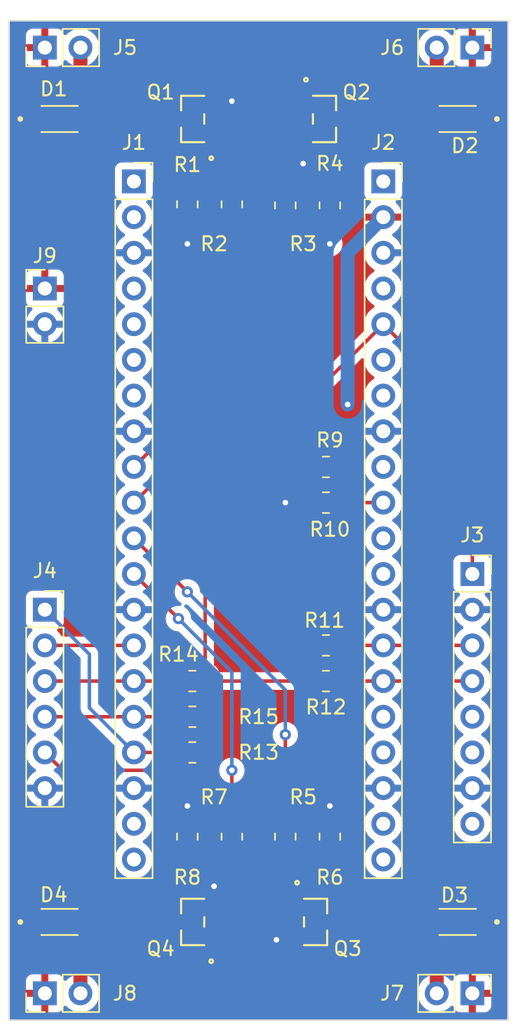
<source format=kicad_pcb>
(kicad_pcb (version 20221018) (generator pcbnew)
  (layers (0 "F.Cu" signal) (31 "B.Cu" signal) (34 "B.Paste" user) (35 "F.Paste" user) (36 "B.SilkS" user "B.Silkscreen") (37 "F.SilkS" user "F.Silkscreen") (38 "B.Mask" user) (39 "F.Mask" user) (44 "Edge.Cuts" user))
  (net 0 "")
  (net 1 "VCC")
  (net 2 "Net-(D1-A)")
  (net 3 "Net-(D2-A)")
  (net 4 "Net-(D3-A)")
  (net 5 "Net-(D4-A)")
  (net 6 "/imu_sda")
  (net 7 "/imu_scl")
  (net 8 "GND")
  (net 9 "/sd_sck")
  (net 10 "/sd_mosi")
  (net 11 "/sd_miso")
  (net 12 "/sd_cs")
  (net 13 "/m1_pwm")
  (net 14 "/m2_pwm")
  (net 15 "/m3_pwm")
  (net 16 "/m4_pwm")
  (net 21 "+3.3V")
  (net 25 "/v_measure")
  (net 34 "/imu_int")
  (net 35 "Net-(Q1-G)")
  (net 36 "Net-(Q2-G)")
  (net 37 "Net-(Q3-G)")
  (net 38 "Net-(Q4-G)")
  (footprint "Resistor_SMD:R_0805_2012Metric" (layer "F.Cu") (at 148.59 109.4975 -90)
    (fp_text reference "R7" (at -2.8175 1.27 -180) (layer "F.SilkS"))
    (fp_text value "330")
    (fp_line (start -0.227064 -0.735) (end 0.227064 -0.735) (stroke (width 0.12)) (layer "F.SilkS"))
    (fp_line (start -0.227064 0.735) (end 0.227064 0.735) (stroke (width 0.12)) (layer "F.SilkS"))
    (pad "1" smd roundrect (at -0.9125 0 270) (size 1.025 1.4) (layers "F.Cu" "F.Paste" "F.Mask") (roundrect_rratio 0.243902) (net 16 "/m4_pwm"))
    (pad "2" smd roundrect (at 0.9125 0 270) (size 1.025 1.4) (layers "F.Cu" "F.Paste" "F.Mask") (roundrect_rratio 0.243902) (net 38 "Net-(Q4-G)"))
  )
  (footprint "Resistor_SMD:R_0805_2012Metric" (layer "F.Cu") (at 145.7725 100.965 180)
    (fp_text reference "R15" (at -4.7225 0) (layer "F.SilkS"))
    (fp_text value "10k")
    (fp_line (start -0.227064 -0.735) (end 0.227064 -0.735) (stroke (width 0.12)) (layer "F.SilkS"))
    (fp_line (start -0.227064 0.735) (end 0.227064 0.735) (stroke (width 0.12)) (layer "F.SilkS"))
    (pad "1" smd roundrect (at -0.9125 0 180) (size 1.025 1.4) (layers "F.Cu" "F.Paste" "F.Mask") (roundrect_rratio 0.243902) (net 21 "+3.3V"))
    (pad "2" smd roundrect (at 0.9125 0 180) (size 1.025 1.4) (layers "F.Cu" "F.Paste" "F.Mask") (roundrect_rratio 0.243902) (net 11 "/sd_miso"))
  )
  (footprint "nmos_SI2302CDS-T1-E3:TO-236_VIS" (layer "F.Cu") (at 145.796 115.57 90)
    (fp_text reference "Q4" (at -1.905 -2.286 unlocked) (layer "F.SilkS"))
    (fp_text value "NMOS")
    (fp_line (start -1.651 -0.8255) (end -1.651 0.8255) (stroke (width 0.1524)) (layer "F.SilkS"))
    (fp_line (start -0.61214 -0.8255) (end -1.651 -0.8255) (stroke (width 0.1524)) (layer "F.SilkS"))
    (fp_line (start -0.337861 0.8255) (end 0.337861 0.8255) (stroke (width 0.1524)) (layer "F.SilkS"))
    (fp_line (start 1.651 -0.8255) (end 0.61214 -0.8255) (stroke (width 0.1524)) (layer "F.SilkS"))
    (fp_line (start 1.651 0.8255) (end 1.651 -0.8255) (stroke (width 0.1524)) (layer "F.SilkS"))
    (fp_circle (center -2.794 1.3208) (end -2.667 1.3208) (stroke (width 0.1524)) (fill none) (layer "F.SilkS"))
    (pad "1" smd rect (at 0 -1.016 90) (size 0.5588 1.3208) (layers "F.Cu" "F.Paste" "F.Mask") (net 5 "Net-(D4-A)"))
    (pad "2" smd rect (at -0.950001 1.016 90) (size 0.5588 1.3208) (layers "F.Cu" "F.Paste" "F.Mask") (net 38 "Net-(Q4-G)"))
    (pad "3" smd rect (at 0.950001 1.016 90) (size 0.5588 1.3208) (layers "F.Cu" "F.Paste" "F.Mask") (net 8 "GND"))
  )
  (footprint "Connector_PinHeader_2.54mm:PinHeader_1x02_P2.54mm_Vertical" (layer "F.Cu") (at 135.255 70.485)
    (fp_text reference "J9" (at 0 -2.33) (layer "F.SilkS"))
    (fp_text value "Battery")
    (fp_line (start -1.33 -1.33) (end 0 -1.33) (stroke (width 0.12)) (layer "F.SilkS"))
    (fp_line (start -1.33 0) (end -1.33 -1.33) (stroke (width 0.12)) (layer "F.SilkS"))
    (fp_line (start -1.33 1.27) (end -1.33 3.87) (stroke (width 0.12)) (layer "F.SilkS"))
    (fp_line (start -1.33 1.27) (end 1.33 1.27) (stroke (width 0.12)) (layer "F.SilkS"))
    (fp_line (start -1.33 3.87) (end 1.33 3.87) (stroke (width 0.12)) (layer "F.SilkS"))
    (fp_line (start 1.33 1.27) (end 1.33 3.87) (stroke (width 0.12)) (layer "F.SilkS"))
    (pad "1" thru_hole rect (at 0 0) (size 1.7 1.7) (drill 1) (layers "*.Cu" "*.Mask") (net 1 "VCC"))
    (pad "2" thru_hole oval (at 0 2.54) (size 1.7 1.7) (drill 1) (layers "*.Cu" "*.Mask") (net 8 "GND"))
  )
  (footprint "Resistor_SMD:R_0805_2012Metric" (layer "F.Cu") (at 145.415 109.4975 90)
    (fp_text reference "R8" (at -2.8975 0) (layer "F.SilkS"))
    (fp_text value "10k")
    (fp_line (start -0.227064 -0.735) (end 0.227064 -0.735) (stroke (width 0.12)) (layer "F.SilkS"))
    (fp_line (start -0.227064 0.735) (end 0.227064 0.735) (stroke (width 0.12)) (layer "F.SilkS"))
    (pad "1" smd roundrect (at -0.9125 0 90) (size 1.025 1.4) (layers "F.Cu" "F.Paste" "F.Mask") (roundrect_rratio 0.243902) (net 38 "Net-(Q4-G)"))
    (pad "2" smd roundrect (at 0.9125 0 90) (size 1.025 1.4) (layers "F.Cu" "F.Paste" "F.Mask") (roundrect_rratio 0.243902) (net 8 "GND"))
  )
  (footprint "nmos_SI2302CDS-T1-E3:TO-236_VIS" (layer "F.Cu") (at 154.559 115.57 -90)
    (fp_text reference "Q3" (at 1.905 -2.286 unlocked) (layer "F.SilkS"))
    (fp_text value "NMOS")
    (fp_line (start -1.651 -0.8255) (end -1.651 0.8255) (stroke (width 0.1524)) (layer "F.SilkS"))
    (fp_line (start -0.61214 -0.8255) (end -1.651 -0.8255) (stroke (width 0.1524)) (layer "F.SilkS"))
    (fp_line (start -0.337861 0.8255) (end 0.337861 0.8255) (stroke (width 0.1524)) (layer "F.SilkS"))
    (fp_line (start 1.651 -0.8255) (end 0.61214 -0.8255) (stroke (width 0.1524)) (layer "F.SilkS"))
    (fp_line (start 1.651 0.8255) (end 1.651 -0.8255) (stroke (width 0.1524)) (layer "F.SilkS"))
    (fp_circle (center -2.794 1.3208) (end -2.667 1.3208) (stroke (width 0.1524)) (fill none) (layer "F.SilkS"))
    (pad "1" smd rect (at 0 -1.016 270) (size 0.5588 1.3208) (layers "F.Cu" "F.Paste" "F.Mask") (net 4 "Net-(D3-A)"))
    (pad "2" smd rect (at -0.950001 1.016 270) (size 0.5588 1.3208) (layers "F.Cu" "F.Paste" "F.Mask") (net 37 "Net-(Q3-G)"))
    (pad "3" smd rect (at 0.950001 1.016 270) (size 0.5588 1.3208) (layers "F.Cu" "F.Paste" "F.Mask") (net 8 "GND"))
  )
  (footprint "Resistor_SMD:R_0805_2012Metric" (layer "F.Cu") (at 145.7725 103.505 180)
    (fp_text reference "R13" (at -4.7225 0) (layer "F.SilkS"))
    (fp_text value "10k")
    (fp_line (start -0.227064 -0.735) (end 0.227064 -0.735) (stroke (width 0.12)) (layer "F.SilkS"))
    (fp_line (start -0.227064 0.735) (end 0.227064 0.735) (stroke (width 0.12)) (layer "F.SilkS"))
    (pad "1" smd roundrect (at -0.9125 0 180) (size 1.025 1.4) (layers "F.Cu" "F.Paste" "F.Mask") (roundrect_rratio 0.243902) (net 21 "+3.3V"))
    (pad "2" smd roundrect (at 0.9125 0 180) (size 1.025 1.4) (layers "F.Cu" "F.Paste" "F.Mask") (roundrect_rratio 0.243902) (net 12 "/sd_cs"))
  )
  (footprint "Connector_PinHeader_2.54mm:PinHeader_1x02_P2.54mm_Vertical" (layer "F.Cu") (at 135.255 53.34 90)
    (fp_text reference "J5" (at 0 5.715 180) (layer "F.SilkS"))
    (fp_text value "Motor")
    (fp_line (start -1.33 -1.33) (end 0 -1.33) (stroke (width 0.12)) (layer "F.SilkS"))
    (fp_line (start -1.33 0) (end -1.33 -1.33) (stroke (width 0.12)) (layer "F.SilkS"))
    (fp_line (start -1.33 1.27) (end -1.33 3.87) (stroke (width 0.12)) (layer "F.SilkS"))
    (fp_line (start -1.33 1.27) (end 1.33 1.27) (stroke (width 0.12)) (layer "F.SilkS"))
    (fp_line (start -1.33 3.87) (end 1.33 3.87) (stroke (width 0.12)) (layer "F.SilkS"))
    (fp_line (start 1.33 1.27) (end 1.33 3.87) (stroke (width 0.12)) (layer "F.SilkS"))
    (pad "1" thru_hole rect (at 0 0 90) (size 1.7 1.7) (drill 1) (layers "*.Cu" "*.Mask") (net 1 "VCC"))
    (pad "2" thru_hole oval (at 0 2.54 90) (size 1.7 1.7) (drill 1) (layers "*.Cu" "*.Mask") (net 2 "Net-(D1-A)"))
  )
  (footprint "Resistor_SMD:R_0805_2012Metric" (layer "F.Cu") (at 155.575 64.5725 -90)
    (fp_text reference "R4" (at -2.9775 0) (layer "F.SilkS"))
    (fp_text value "10k")
    (fp_line (start -0.227064 -0.735) (end 0.227064 -0.735) (stroke (width 0.12)) (layer "F.SilkS"))
    (fp_line (start -0.227064 0.735) (end 0.227064 0.735) (stroke (width 0.12)) (layer "F.SilkS"))
    (pad "1" smd roundrect (at -0.9125 0 270) (size 1.025 1.4) (layers "F.Cu" "F.Paste" "F.Mask") (roundrect_rratio 0.243902) (net 36 "Net-(Q2-G)"))
    (pad "2" smd roundrect (at 0.9125 0 270) (size 1.025 1.4) (layers "F.Cu" "F.Paste" "F.Mask") (roundrect_rratio 0.243902) (net 8 "GND"))
  )
  (footprint "Resistor_SMD:R_0805_2012Metric" (layer "F.Cu") (at 145.7725 98.425 180)
    (fp_text reference "R14" (at 0.9925 1.905) (layer "F.SilkS"))
    (fp_text value "10k")
    (fp_line (start -0.227064 -0.735) (end 0.227064 -0.735) (stroke (width 0.12)) (layer "F.SilkS"))
    (fp_line (start -0.227064 0.735) (end 0.227064 0.735) (stroke (width 0.12)) (layer "F.SilkS"))
    (pad "1" smd roundrect (at -0.9125 0 180) (size 1.025 1.4) (layers "F.Cu" "F.Paste" "F.Mask") (roundrect_rratio 0.243902) (net 21 "+3.3V"))
    (pad "2" smd roundrect (at 0.9125 0 180) (size 1.025 1.4) (layers "F.Cu" "F.Paste" "F.Mask") (roundrect_rratio 0.243902) (net 10 "/sd_mosi"))
  )
  (footprint "Connector_PinHeader_2.54mm:PinHeader_1x02_P2.54mm_Vertical" (layer "F.Cu") (at 165.735 53.34 -90)
    (fp_text reference "J6" (at 0 5.715 -180) (layer "F.SilkS"))
    (fp_text value "Motor")
    (fp_line (start -1.33 -1.33) (end 0 -1.33) (stroke (width 0.12)) (layer "F.SilkS"))
    (fp_line (start -1.33 0) (end -1.33 -1.33) (stroke (width 0.12)) (layer "F.SilkS"))
    (fp_line (start -1.33 1.27) (end -1.33 3.87) (stroke (width 0.12)) (layer "F.SilkS"))
    (fp_line (start -1.33 1.27) (end 1.33 1.27) (stroke (width 0.12)) (layer "F.SilkS"))
    (fp_line (start -1.33 3.87) (end 1.33 3.87) (stroke (width 0.12)) (layer "F.SilkS"))
    (fp_line (start 1.33 1.27) (end 1.33 3.87) (stroke (width 0.12)) (layer "F.SilkS"))
    (pad "1" thru_hole rect (at 0 0 270) (size 1.7 1.7) (drill 1) (layers "*.Cu" "*.Mask") (net 1 "VCC"))
    (pad "2" thru_hole oval (at 0 2.54 270) (size 1.7 1.7) (drill 1) (layers "*.Cu" "*.Mask") (net 3 "Net-(D2-A)"))
  )
  (footprint "Connector_PinSocket_2.54mm:PinSocket_1x06_P2.54mm_Vertical" (layer "F.Cu") (at 135.255 93.345)
    (fp_text reference "J4" (at 0 -2.77) (layer "F.SilkS"))
    (fp_text value "SD Card")
    (fp_line (start -1.33 1.27) (end -1.33 14.03) (stroke (width 0.12)) (layer "F.SilkS"))
    (fp_line (start -1.33 1.27) (end 1.33 1.27) (stroke (width 0.12)) (layer "F.SilkS"))
    (fp_line (start -1.33 14.03) (end 1.33 14.03) (stroke (width 0.12)) (layer "F.SilkS"))
    (fp_line (start 0 -1.33) (end 1.33 -1.33) (stroke (width 0.12)) (layer "F.SilkS"))
    (fp_line (start 1.33 -1.33) (end 1.33 0) (stroke (width 0.12)) (layer "F.SilkS"))
    (fp_line (start 1.33 1.27) (end 1.33 14.03) (stroke (width 0.12)) (layer "F.SilkS"))
    (pad "1" thru_hole rect (at 0 0) (size 1.7 1.7) (drill 1) (layers "*.Cu" "*.Mask") (net 12 "/sd_cs"))
    (pad "2" thru_hole oval (at 0 2.54) (size 1.7 1.7) (drill 1) (layers "*.Cu" "*.Mask") (net 9 "/sd_sck"))
    (pad "3" thru_hole oval (at 0 5.08) (size 1.7 1.7) (drill 1) (layers "*.Cu" "*.Mask") (net 10 "/sd_mosi"))
    (pad "4" thru_hole oval (at 0 7.62) (size 1.7 1.7) (drill 1) (layers "*.Cu" "*.Mask") (net 11 "/sd_miso"))
    (pad "5" thru_hole oval (at 0 10.16) (size 1.7 1.7) (drill 1) (layers "*.Cu" "*.Mask") (net 21 "+3.3V"))
    (pad "6" thru_hole oval (at 0 12.7) (size 1.7 1.7) (drill 1) (layers "*.Cu" "*.Mask") (net 8 "GND"))
  )
  (footprint "schottky_DSS16UTR:SODFL3618X110N" (layer "F.Cu") (at 164.685 115.57 180)
    (fp_text reference "D3" (at 0.22 1.905) (layer "F.SilkS"))
    (fp_text value "Flyback")
    (fp_line (start -1.3 -0.93) (end 1.3 -0.93) (stroke (width 0.127)) (layer "F.SilkS"))
    (fp_line (start -1.3 0.93) (end 1.3 0.93) (stroke (width 0.127)) (layer "F.SilkS"))
    (fp_circle (center -2.8 0) (end -2.7 0) (stroke (width 0.2)) (fill none) (layer "F.SilkS"))
    (pad "1" smd roundrect (at -1.49 0 180) (size 1.24 1.22) (layers "F.Cu" "F.Paste" "F.Mask") (roundrect_rratio 0.15) (net 1 "VCC"))
    (pad "2" smd roundrect (at 1.49 0 180) (size 1.24 1.22) (layers "F.Cu" "F.Paste" "F.Mask") (roundrect_rratio 0.15) (net 4 "Net-(D3-A)"))
  )
  (footprint "Resistor_SMD:R_0805_2012Metric" (layer "F.Cu") (at 152.4 64.5725 90)
    (fp_text reference "R3" (at -2.7375 1.27 180) (layer "F.SilkS"))
    (fp_text value "330")
    (fp_line (start -0.227064 -0.735) (end 0.227064 -0.735) (stroke (width 0.12)) (layer "F.SilkS"))
    (fp_line (start -0.227064 0.735) (end 0.227064 0.735) (stroke (width 0.12)) (layer "F.SilkS"))
    (pad "1" smd roundrect (at -0.9125 0 90) (size 1.025 1.4) (layers "F.Cu" "F.Paste" "F.Mask") (roundrect_rratio 0.243902) (net 14 "/m2_pwm"))
    (pad "2" smd roundrect (at 0.9125 0 90) (size 1.025 1.4) (layers "F.Cu" "F.Paste" "F.Mask") (roundrect_rratio 0.243902) (net 36 "Net-(Q2-G)"))
  )
  (footprint "schottky_DSS16UTR:SODFL3618X110N" (layer "F.Cu") (at 164.685 58.42 180)
    (fp_text reference "D2" (at -0.5166 -1.905) (layer "F.SilkS"))
    (fp_text value "Flyback")
    (fp_line (start -1.3 -0.93) (end 1.3 -0.93) (stroke (width 0.127)) (layer "F.SilkS"))
    (fp_line (start -1.3 0.93) (end 1.3 0.93) (stroke (width 0.127)) (layer "F.SilkS"))
    (fp_circle (center -2.8 0) (end -2.7 0) (stroke (width 0.2)) (fill none) (layer "F.SilkS"))
    (pad "1" smd roundrect (at -1.49 0 180) (size 1.24 1.22) (layers "F.Cu" "F.Paste" "F.Mask") (roundrect_rratio 0.15) (net 1 "VCC"))
    (pad "2" smd roundrect (at 1.49 0 180) (size 1.24 1.22) (layers "F.Cu" "F.Paste" "F.Mask") (roundrect_rratio 0.15) (net 3 "Net-(D2-A)"))
  )
  (footprint "Resistor_SMD:R_0805_2012Metric" (layer "F.Cu") (at 145.415 64.4925 -90)
    (fp_text reference "R1" (at -2.8175 0 -180) (layer "F.SilkS"))
    (fp_text value "10k")
    (fp_line (start -0.227064 -0.735) (end 0.227064 -0.735) (stroke (width 0.12)) (layer "F.SilkS"))
    (fp_line (start -0.227064 0.735) (end 0.227064 0.735) (stroke (width 0.12)) (layer "F.SilkS"))
    (pad "1" smd roundrect (at -0.9125 0 270) (size 1.025 1.4) (layers "F.Cu" "F.Paste" "F.Mask") (roundrect_rratio 0.243902) (net 35 "Net-(Q1-G)"))
    (pad "2" smd roundrect (at 0.9125 0 270) (size 1.025 1.4) (layers "F.Cu" "F.Paste" "F.Mask") (roundrect_rratio 0.243902) (net 8 "GND"))
  )
  (footprint "Resistor_SMD:R_0805_2012Metric" (layer "F.Cu") (at 155.2975 95.885)
    (fp_text reference "R11" (at -0.1035 -1.778) (layer "F.SilkS"))
    (fp_text value "10k")
    (fp_line (start -0.227064 -0.735) (end 0.227064 -0.735) (stroke (width 0.12)) (layer "F.SilkS"))
    (fp_line (start -0.227064 0.735) (end 0.227064 0.735) (stroke (width 0.12)) (layer "F.SilkS"))
    (pad "1" smd roundrect (at -0.9125 0) (size 1.025 1.4) (layers "F.Cu" "F.Paste" "F.Mask") (roundrect_rratio 0.243902) (net 21 "+3.3V"))
    (pad "2" smd roundrect (at 0.9125 0) (size 1.025 1.4) (layers "F.Cu" "F.Paste" "F.Mask") (roundrect_rratio 0.243902) (net 7 "/imu_scl"))
  )
  (footprint "Resistor_SMD:R_0805_2012Metric" (layer "F.Cu") (at 152.4 109.4975 -90)
    (fp_text reference "R5" (at -2.8175 -1.27 -180) (layer "F.SilkS"))
    (fp_text value "330")
    (fp_line (start -0.227064 -0.735) (end 0.227064 -0.735) (stroke (width 0.12)) (layer "F.SilkS"))
    (fp_line (start -0.227064 0.735) (end 0.227064 0.735) (stroke (width 0.12)) (layer "F.SilkS"))
    (pad "1" smd roundrect (at -0.9125 0 270) (size 1.025 1.4) (layers "F.Cu" "F.Paste" "F.Mask") (roundrect_rratio 0.243902) (net 15 "/m3_pwm"))
    (pad "2" smd roundrect (at 0.9125 0 270) (size 1.025 1.4) (layers "F.Cu" "F.Paste" "F.Mask") (roundrect_rratio 0.243902) (net 37 "Net-(Q3-G)"))
  )
  (footprint "schottky_DSS16UTR:SODFL3618X110N" (layer "F.Cu") (at 136.305 58.42)
    (fp_text reference "D1" (at -0.415 -2.135) (layer "F.SilkS"))
    (fp_text value "Flyback")
    (fp_line (start -1.3 -0.93) (end 1.3 -0.93) (stroke (width 0.127)) (layer "F.SilkS"))
    (fp_line (start -1.3 0.93) (end 1.3 0.93) (stroke (width 0.127)) (layer "F.SilkS"))
    (fp_circle (center -2.8 0) (end -2.7 0) (stroke (width 0.2)) (fill none) (layer "F.SilkS"))
    (pad "1" smd roundrect (at -1.49 0) (size 1.24 1.22) (layers "F.Cu" "F.Paste" "F.Mask") (roundrect_rratio 0.15) (net 1 "VCC"))
    (pad "2" smd roundrect (at 1.49 0) (size 1.24 1.22) (layers "F.Cu" "F.Paste" "F.Mask") (roundrect_rratio 0.15) (net 2 "Net-(D1-A)"))
  )
  (footprint "Connector_PinSocket_2.54mm:PinSocket_1x20_P2.54mm_Vertical" (layer "F.Cu") (at 141.605 62.865)
    (fp_text reference "J1" (at 0 -2.77) (layer "F.SilkS"))
    (fp_text value "RPi Pico")
    (fp_line (start -1.33 1.27) (end -1.33 49.59) (stroke (width 0.12)) (layer "F.SilkS"))
    (fp_line (start -1.33 1.27) (end 1.33 1.27) (stroke (width 0.12)) (layer "F.SilkS"))
    (fp_line (start -1.33 49.59) (end 1.33 49.59) (stroke (width 0.12)) (layer "F.SilkS"))
    (fp_line (start 0 -1.33) (end 1.33 -1.33) (stroke (width 0.12)) (layer "F.SilkS"))
    (fp_line (start 1.33 -1.33) (end 1.33 0) (stroke (width 0.12)) (layer "F.SilkS"))
    (fp_line (start 1.33 1.27) (end 1.33 49.59) (stroke (width 0.12)) (layer "F.SilkS"))
    (pad "1" thru_hole rect (at 0 0) (size 1.7 1.7) (drill 1) (layers "*.Cu" "*.Mask"))
    (pad "2" thru_hole oval (at 0 2.54) (size 1.7 1.7) (drill 1) (layers "*.Cu" "*.Mask"))
    (pad "3" thru_hole oval (at 0 5.08) (size 1.7 1.7) (drill 1) (layers "*.Cu" "*.Mask") (net 8 "GND"))
    (pad "4" thru_hole oval (at 0 7.62) (size 1.7 1.7) (drill 1) (layers "*.Cu" "*.Mask"))
    (pad "5" thru_hole oval (at 0 10.16) (size 1.7 1.7) (drill 1) (layers "*.Cu" "*.Mask"))
    (pad "6" thru_hole oval (at 0 12.7) (size 1.7 1.7) (drill 1) (layers "*.Cu" "*.Mask"))
    (pad "7" thru_hole oval (at 0 15.24) (size 1.7 1.7) (drill 1) (layers "*.Cu" "*.Mask"))
    (pad "8" thru_hole oval (at 0 17.78) (size 1.7 1.7) (drill 1) (layers "*.Cu" "*.Mask") (net 8 "GND"))
    (pad "9" thru_hole oval (at 0 20.32) (size 1.7 1.7) (drill 1) (layers "*.Cu" "*.Mask") (net 13 "/m1_pwm"))
    (pad "10" thru_hole oval (at 0 22.86) (size 1.7 1.7) (drill 1) (layers "*.Cu" "*.Mask") (net 14 "/m2_pwm"))
    (pad "11" thru_hole oval (at 0 25.4) (size 1.7 1.7) (drill 1) (layers "*.Cu" "*.Mask") (net 15 "/m3_pwm"))
    (pad "12" thru_hole oval (at 0 27.94) (size 1.7 1.7) (drill 1) (layers "*.Cu" "*.Mask") (net 16 "/m4_pwm"))
    (pad "13" thru_hole oval (at 0 30.48) (size 1.7 1.7) (drill 1) (layers "*.Cu" "*.Mask") (net 8 "GND"))
    (pad "14" thru_hole oval (at 0 33.02) (size 1.7 1.7) (drill 1) (layers "*.Cu" "*.Mask") (net 9 "/sd_sck"))
    (pad "15" thru_hole oval (at 0 35.56) (size 1.7 1.7) (drill 1) (layers "*.Cu" "*.Mask") (net 10 "/sd_mosi"))
    (pad "16" thru_hole oval (at 0 38.1) (size 1.7 1.7) (drill 1) (layers "*.Cu" "*.Mask") (net 11 "/sd_miso"))
    (pad "17" thru_hole oval (at 0 40.64) (size 1.7 1.7) (drill 1) (layers "*.Cu" "*.Mask") (net 12 "/sd_cs"))
    (pad "18" thru_hole oval (at 0 43.18) (size 1.7 1.7) (drill 1) (layers "*.Cu" "*.Mask") (net 8 "GND"))
    (pad "19" thru_hole oval (at 0 45.72) (size 1.7 1.7) (drill 1) (layers "*.Cu" "*.Mask"))
    (pad "20" thru_hole oval (at 0 48.26) (size 1.7 1.7) (drill 1) (layers "*.Cu" "*.Mask"))
  )
  (footprint "Connector_PinSocket_2.54mm:PinSocket_1x20_P2.54mm_Vertical" (layer "F.Cu") (at 159.385 62.865)
    (fp_text reference "J2" (at 0 -2.77) (layer "F.SilkS"))
    (fp_text value "RPi Pico")
    (fp_line (start -1.33 1.27) (end -1.33 49.59) (stroke (width 0.12)) (layer "F.SilkS"))
    (fp_line (start -1.33 1.27) (end 1.33 1.27) (stroke (width 0.12)) (layer "F.SilkS"))
    (fp_line (start -1.33 49.59) (end 1.33 49.59) (stroke (width 0.12)) (layer "F.SilkS"))
    (fp_line (start 0 -1.33) (end 1.33 -1.33) (stroke (width 0.12)) (layer "F.SilkS"))
    (fp_line (start 1.33 -1.33) (end 1.33 0) (stroke (width 0.12)) (layer "F.SilkS"))
    (fp_line (start 1.33 1.27) (end 1.33 49.59) (stroke (width 0.12)) (layer "F.SilkS"))
    (pad "1" thru_hole rect (at 0 0) (size 1.7 1.7) (drill 1) (layers "*.Cu" "*.Mask"))
    (pad "2" thru_hole oval (at 0 2.54) (size 1.7 1.7) (drill 1) (layers "*.Cu" "*.Mask") (net 1 "VCC"))
    (pad "3" thru_hole oval (at 0 5.08) (size 1.7 1.7) (drill 1) (layers "*.Cu" "*.Mask") (net 8 "GND"))
    (pad "4" thru_hole oval (at 0 7.62) (size 1.7 1.7) (drill 1) (layers "*.Cu" "*.Mask"))
    (pad "5" thru_hole oval (at 0 10.16) (size 1.7 1.7) (drill 1) (layers "*.Cu" "*.Mask") (net 21 "+3.3V"))
    (pad "6" thru_hole oval (at 0 12.7) (size 1.7 1.7) (drill 1) (layers "*.Cu" "*.Mask"))
    (pad "7" thru_hole oval (at 0 15.24) (size 1.7 1.7) (drill 1) (layers "*.Cu" "*.Mask"))
    (pad "8" thru_hole oval (at 0 17.78) (size 1.7 1.7) (drill 1) (layers "*.Cu" "*.Mask") (net 8 "GND"))
    (pad "9" thru_hole oval (at 0 20.32) (size 1.7 1.7) (drill 1) (layers "*.Cu" "*.Mask"))
    (pad "10" thru_hole oval (at 0 22.86) (size 1.7 1.7) (drill 1) (layers "*.Cu" "*.Mask") (net 25 "/v_measure"))
    (pad "11" thru_hole oval (at 0 25.4) (size 1.7 1.7) (drill 1) (layers "*.Cu" "*.Mask"))
    (pad "12" thru_hole oval (at 0 27.94) (size 1.7 1.7) (drill 1) (layers "*.Cu" "*.Mask"))
    (pad "13" thru_hole oval (at 0 30.48) (size 1.7 1.7) (drill 1) (layers "*.Cu" "*.Mask") (net 8 "GND"))
    (pad "14" thru_hole oval (at 0 33.02) (size 1.7 1.7) (drill 1) (layers "*.Cu" "*.Mask") (net 7 "/imu_scl"))
    (pad "15" thru_hole oval (at 0 35.56) (size 1.7 1.7) (drill 1) (layers "*.Cu" "*.Mask") (net 6 "/imu_sda"))
    (pad "16" thru_hole oval (at 0 38.1) (size 1.7 1.7) (drill 1) (layers "*.Cu" "*.Mask"))
    (pad "17" thru_hole oval (at 0 40.64) (size 1.7 1.7) (drill 1) (layers "*.Cu" "*.Mask"))
    (pad "18" thru_hole oval (at 0 43.18) (size 1.7 1.7) (drill 1) (layers "*.Cu" "*.Mask") (net 8 "GND"))
    (pad "19" thru_hole oval (at 0 45.72) (size 1.7 1.7) (drill 1) (layers "*.Cu" "*.Mask"))
    (pad "20" thru_hole oval (at 0 48.26) (size 1.7 1.7) (drill 1) (layers "*.Cu" "*.Mask"))
  )
  (footprint "nmos_SI2302CDS-T1-E3:TO-236_VIS" (layer "F.Cu") (at 145.796 58.42 90)
    (fp_text reference "Q1" (at 1.905 -2.286 unlocked) (layer "F.SilkS"))
    (fp_text value "NMOS")
    (fp_line (start -1.651 -0.8255) (end -1.651 0.8255) (stroke (width 0.1524)) (layer "F.SilkS"))
    (fp_line (start -0.61214 -0.8255) (end -1.651 -0.8255) (stroke (width 0.1524)) (layer "F.SilkS"))
    (fp_line (start -0.337861 0.8255) (end 0.337861 0.8255) (stroke (width 0.1524)) (layer "F.SilkS"))
    (fp_line (start 1.651 -0.8255) (end 0.61214 -0.8255) (stroke (width 0.1524)) (layer "F.SilkS"))
    (fp_line (start 1.651 0.8255) (end 1.651 -0.8255) (stroke (width 0.1524)) (layer "F.SilkS"))
    (fp_circle (center -2.794 1.3208) (end -2.667 1.3208) (stroke (width 0.1524)) (fill none) (layer "F.SilkS"))
    (pad "1" smd rect (at 0 -1.016 90) (size 0.5588 1.3208) (layers "F.Cu" "F.Paste" "F.Mask") (net 2 "Net-(D1-A)"))
    (pad "2" smd rect (at -0.950001 1.016 90) (size 0.5588 1.3208) (layers "F.Cu" "F.Paste" "F.Mask") (net 35 "Net-(Q1-G)"))
    (pad "3" smd rect (at 0.950001 1.016 90) (size 0.5588 1.3208) (layers "F.Cu" "F.Paste" "F.Mask") (net 8 "GND"))
  )
  (footprint "Resistor_SMD:R_0805_2012Metric" (layer "F.Cu") (at 155.575 109.4975 90)
    (fp_text reference "R6" (at -2.8975 0 180) (layer "F.SilkS"))
    (fp_text value "10k")
    (fp_line (start -0.227064 -0.735) (end 0.227064 -0.735) (stroke (width 0.12)) (layer "F.SilkS"))
    (fp_line (start -0.227064 0.735) (end 0.227064 0.735) (stroke (width 0.12)) (layer "F.SilkS"))
    (pad "1" smd roundrect (at -0.9125 0 90) (size 1.025 1.4) (layers "F.Cu" "F.Paste" "F.Mask") (roundrect_rratio 0.243902) (net 37 "Net-(Q3-G)"))
    (pad "2" smd roundrect (at 0.9125 0 90) (size 1.025 1.4) (layers "F.Cu" "F.Paste" "F.Mask") (roundrect_rratio 0.243902) (net 8 "GND"))
  )
  (footprint "Connector_PinSocket_2.54mm:PinSocket_1x08_P2.54mm_Vertical" (layer "F.Cu") (at 165.735 90.805)
    (fp_text reference "J3" (at 0 -2.77) (layer "F.SilkS"))
    (fp_text value "MPU6050")
    (fp_line (start -1.33 1.27) (end -1.33 19.11) (stroke (width 0.12)) (layer "F.SilkS"))
    (fp_line (start -1.33 1.27) (end 1.33 1.27) (stroke (width 0.12)) (layer "F.SilkS"))
    (fp_line (start -1.33 19.11) (end 1.33 19.11) (stroke (width 0.12)) (layer "F.SilkS"))
    (fp_line (start 0 -1.33) (end 1.33 -1.33) (stroke (width 0.12)) (layer "F.SilkS"))
    (fp_line (start 1.33 -1.33) (end 1.33 0) (stroke (width 0.12)) (layer "F.SilkS"))
    (fp_line (start 1.33 1.27) (end 1.33 19.11) (stroke (width 0.12)) (layer "F.SilkS"))
    (pad "1" thru_hole rect (at 0 0) (size 1.7 1.7) (drill 1) (layers "*.Cu" "*.Mask") (net 21 "+3.3V"))
    (pad "2" thru_hole oval (at 0 2.54) (size 1.7 1.7) (drill 1) (layers "*.Cu" "*.Mask") (net 8 "GND"))
    (pad "3" thru_hole oval (at 0 5.08) (size 1.7 1.7) (drill 1) (layers "*.Cu" "*.Mask") (net 7 "/imu_scl"))
    (pad "4" thru_hole oval (at 0 7.62) (size 1.7 1.7) (drill 1) (layers "*.Cu" "*.Mask") (net 6 "/imu_sda"))
    (pad "5" thru_hole oval (at 0 10.16) (size 1.7 1.7) (drill 1) (layers "*.Cu" "*.Mask"))
    (pad "6" thru_hole oval (at 0 12.7) (size 1.7 1.7) (drill 1) (layers "*.Cu" "*.Mask"))
    (pad "7" thru_hole oval (at 0 15.24) (size 1.7 1.7) (drill 1) (layers "*.Cu" "*.Mask") (net 8 "GND"))
    (pad "8" thru_hole oval (at 0 17.78) (size 1.7 1.7) (drill 1) (layers "*.Cu" "*.Mask") (net 34 "/imu_int"))
  )
  (footprint "Resistor_SMD:R_0805_2012Metric" (layer "F.Cu") (at 155.2975 83.185)
    (fp_text reference "R9" (at 0.2775 -1.905 180) (layer "F.SilkS"))
    (fp_text value "1M")
    (fp_line (start -0.227064 -0.735) (end 0.227064 -0.735) (stroke (width 0.12)) (layer "F.SilkS"))
    (fp_line (start -0.227064 0.735) (end 0.227064 0.735) (stroke (width 0.12)) (layer "F.SilkS"))
    (pad "1" smd roundrect (at -0.9125 0) (size 1.025 1.4) (layers "F.Cu" "F.Paste" "F.Mask") (roundrect_rratio 0.243902) (net 1 "VCC"))
    (pad "2" smd roundrect (at 0.9125 0) (size 1.025 1.4) (layers "F.Cu" "F.Paste" "F.Mask") (roundrect_rratio 0.243902) (net 25 "/v_measure"))
  )
  (footprint "nmos_SI2302CDS-T1-E3:TO-236_VIS" (layer "F.Cu") (at 155.194 58.42 -90)
    (fp_text reference "Q2" (at -1.905 -2.286 unlocked) (layer "F.SilkS"))
    (fp_text value "NMOS")
    (fp_line (start -1.651 -0.8255) (end -1.651 0.8255) (stroke (width 0.1524)) (layer "F.SilkS"))
    (fp_line (start -0.61214 -0.8255) (end -1.651 -0.8255) (stroke (width 0.1524)) (layer "F.SilkS"))
    (fp_line (start -0.337861 0.8255) (end 0.337861 0.8255) (stroke (width 0.1524)) (layer "F.SilkS"))
    (fp_line (start 1.651 -0.8255) (end 0.61214 -0.8255) (stroke (width 0.1524)) (layer "F.SilkS"))
    (fp_line (start 1.651 0.8255) (end 1.651 -0.8255) (stroke (width 0.1524)) (layer "F.SilkS"))
    (fp_circle (center -2.794 1.3208) (end -2.667 1.3208) (stroke (width 0.1524)) (fill none) (layer "F.SilkS"))
    (pad "1" smd rect (at 0 -1.016 270) (size 0.5588 1.3208) (layers "F.Cu" "F.Paste" "F.Mask") (net 3 "Net-(D2-A)"))
    (pad "2" smd rect (at -0.950001 1.016 270) (size 0.5588 1.3208) (layers "F.Cu" "F.Paste" "F.Mask") (net 36 "Net-(Q2-G)"))
    (pad "3" smd rect (at 0.950001 1.016 270) (size 0.5588 1.3208) (layers "F.Cu" "F.Paste" "F.Mask") (net 8 "GND"))
  )
  (footprint "Resistor_SMD:R_0805_2012Metric" (layer "F.Cu") (at 155.2975 98.425)
    (fp_text reference "R12" (at -0.0019 1.8542) (layer "F.SilkS"))
    (fp_text value "10k")
    (fp_line (start -0.227064 -0.735) (end 0.227064 -0.735) (stroke (width 0.12)) (layer "F.SilkS"))
    (fp_line (start -0.227064 0.735) (end 0.227064 0.735) (stroke (width 0.12)) (layer "F.SilkS"))
    (pad "1" smd roundrect (at -0.9125 0) (size 1.025 1.4) (layers "F.Cu" "F.Paste" "F.Mask") (roundrect_rratio 0.243902) (net 21 "+3.3V"))
    (pad "2" smd roundrect (at 0.9125 0) (size 1.025 1.4) (layers "F.Cu" "F.Paste" "F.Mask") (roundrect_rratio 0.243902) (net 6 "/imu_sda"))
  )
  (footprint "schottky_DSS16UTR:SODFL3618X110N" (layer "F.Cu") (at 136.305 115.57)
    (fp_text reference "D4" (at -0.415 -1.9304) (layer "F.SilkS"))
    (fp_text value "Flyback")
    (fp_line (start -1.3 -0.93) (end 1.3 -0.93) (stroke (width 0.127)) (layer "F.SilkS"))
    (fp_line (start -1.3 0.93) (end 1.3 0.93) (stroke (width 0.127)) (layer "F.SilkS"))
    (fp_circle (center -2.8 0) (end -2.7 0) (stroke (width 0.2)) (fill none) (layer "F.SilkS"))
    (pad "1" smd roundrect (at -1.49 0) (size 1.24 1.22) (layers "F.Cu" "F.Paste" "F.Mask") (roundrect_rratio 0.15) (net 1 "VCC"))
    (pad "2" smd roundrect (at 1.49 0) (size 1.24 1.22) (layers "F.Cu" "F.Paste" "F.Mask") (roundrect_rratio 0.15) (net 5 "Net-(D4-A)"))
  )
  (footprint "Resistor_SMD:R_0805_2012Metric" (layer "F.Cu") (at 148.59 64.4925 90)
    (fp_text reference "R2" (at -2.8175 -1.27 180) (layer "F.SilkS"))
    (fp_text value "330")
    (fp_line (start -0.227064 -0.735) (end 0.227064 -0.735) (stroke (width 0.12)) (layer "F.SilkS"))
    (fp_line (start -0.227064 0.735) (end 0.227064 0.735) (stroke (width 0.12)) (layer "F.SilkS"))
    (pad "1" smd roundrect (at -0.9125 0 90) (size 1.025 1.4) (layers "F.Cu" "F.Paste" "F.Mask") (roundrect_rratio 0.243902) (net 13 "/m1_pwm"))
    (pad "2" smd roundrect (at 0.9125 0 90) (size 1.025 1.4) (layers "F.Cu" "F.Paste" "F.Mask") (roundrect_rratio 0.243902) (net 35 "Net-(Q1-G)"))
  )
  (footprint "Connector_PinHeader_2.54mm:PinHeader_1x02_P2.54mm_Vertical" (layer "F.Cu") (at 165.735 120.65 -90)
    (fp_text reference "J7" (at 0 5.715) (layer "F.SilkS"))
    (fp_text value "Motor")
    (fp_line (start -1.33 -1.33) (end 0 -1.33) (stroke (width 0.12)) (layer "F.SilkS"))
    (fp_line (start -1.33 0) (end -1.33 -1.33) (stroke (width 0.12)) (layer "F.SilkS"))
    (fp_line (start -1.33 1.27) (end -1.33 3.87) (stroke (width 0.12)) (layer "F.SilkS"))
    (fp_line (start -1.33 1.27) (end 1.33 1.27) (stroke (width 0.12)) (layer "F.SilkS"))
    (fp_line (start -1.33 3.87) (end 1.33 3.87) (stroke (width 0.12)) (layer "F.SilkS"))
    (fp_line (start 1.33 1.27) (end 1.33 3.87) (stroke (width 0.12)) (layer "F.SilkS"))
    (pad "1" thru_hole rect (at 0 0 270) (size 1.7 1.7) (drill 1) (layers "*.Cu" "*.Mask") (net 1 "VCC"))
    (pad "2" thru_hole oval (at 0 2.54 270) (size 1.7 1.7) (drill 1) (layers "*.Cu" "*.Mask") (net 4 "Net-(D3-A)"))
  )
  (footprint "Resistor_SMD:R_0805_2012Metric" (layer "F.Cu") (at 155.2975 85.725 180)
    (fp_text reference "R10" (at -0.2775 -1.905 180) (layer "F.SilkS"))
    (fp_text value "1M")
    (fp_line (start -0.227064 -0.735) (end 0.227064 -0.735) (stroke (width 0.12)) (layer "F.SilkS"))
    (fp_line (start -0.227064 0.735) (end 0.227064 0.735) (stroke (width 0.12)) (layer "F.SilkS"))
    (pad "1" smd roundrect (at -0.9125 0 180) (size 1.025 1.4) (layers "F.Cu" "F.Paste" "F.Mask") (roundrect_rratio 0.243902) (net 25 "/v_measure"))
    (pad "2" smd roundrect (at 0.9125 0 180) (size 1.025 1.4) (layers "F.Cu" "F.Paste" "F.Mask") (roundrect_rratio 0.243902) (net 8 "GND"))
  )
  (footprint "Connector_PinHeader_2.54mm:PinHeader_1x02_P2.54mm_Vertical" (layer "F.Cu") (at 135.255 120.65 90)
    (fp_text reference "J8" (at 0 5.715 180) (layer "F.SilkS"))
    (fp_text value "Motor")
    (fp_line (start -1.33 -1.33) (end 0 -1.33) (stroke (width 0.12)) (layer "F.SilkS"))
    (fp_line (start -1.33 0) (end -1.33 -1.33) (stroke (width 0.12)) (layer "F.SilkS"))
    (fp_line (start -1.33 1.27) (end -1.33 3.87) (stroke (width 0.12)) (layer "F.SilkS"))
    (fp_line (start -1.33 1.27) (end 1.33 1.27) (stroke (width 0.12)) (layer "F.SilkS"))
    (fp_line (start -1.33 3.87) (end 1.33 3.87) (stroke (width 0.12)) (layer "F.SilkS"))
    (fp_line (start 1.33 1.27) (end 1.33 3.87) (stroke (width 0.12)) (layer "F.SilkS"))
    (pad "1" thru_hole rect (at 0 0 90) (size 1.7 1.7) (drill 1) (layers "*.Cu" "*.Mask") (net 1 "VCC"))
    (pad "2" thru_hole oval (at 0 2.54 90) (size 1.7 1.7) (drill 1) (layers "*.Cu" "*.Mask") (net 5 "Net-(D4-A)"))
  )
  (gr_rect (start 132.715 51.435) (end 168.275 122.555) (stroke (width 0.1)) (fill none) (layer "Edge.Cuts"))
  (segment (start 154.305 83.105) (end 154.385 83.185) (width 0.25) (layer "F.Cu") (net 1))
  (via (at 156.845 78.74) (size 0.8) (drill 0.4) (layers "F.Cu" "B.Cu") (net 1))
  (segment (start 156.845 67.945) (end 159.385 65.405) (width 1) (layer "B.Cu") (net 1))
  (segment (start 156.845 78.74) (end 156.845 67.945) (width 1) (layer "B.Cu") (net 1))
  (segment (start 137.795 58.42) (end 144.78 58.42) (width 1) (layer "F.Cu") (net 2))
  (segment (start 137.795 58.42) (end 137.795 53.34) (width 1) (layer "F.Cu") (net 2))
  (segment (start 163.195 58.42) (end 156.21 58.42) (width 1) (layer "F.Cu") (net 3))
  (segment (start 163.195 58.42) (end 163.195 53.34) (width 1) (layer "F.Cu") (net 3))
  (segment (start 163.195 115.57) (end 155.575 115.57) (width 1) (layer "F.Cu") (net 4))
  (segment (start 163.195 115.57) (end 163.195 120.65) (width 1) (layer "F.Cu") (net 4))
  (segment (start 144.78 115.57) (end 137.795 115.57) (width 1) (layer "F.Cu") (net 5))
  (segment (start 137.795 115.57) (end 137.795 120.65) (width 1) (layer "F.Cu") (net 5))
  (segment (start 165.735 98.425) (end 159.385 98.425) (width 0.25) (layer "F.Cu") (net 6))
  (segment (start 156.21 98.425) (end 159.385 98.425) (width 0.25) (layer "F.Cu") (net 6))
  (segment (start 165.735 95.885) (end 159.385 95.885) (width 0.25) (layer "F.Cu") (net 7))
  (segment (start 156.21 95.885) (end 159.385 95.885) (width 0.25) (layer "F.Cu") (net 7))
  (segment (start 153.67 61.595) (end 154.178 61.087) (width 1) (layer "F.Cu") (net 8))
  (segment (start 145.415 108.585) (end 145.415 107.315) (width 0.25) (layer "F.Cu") (net 8))
  (segment (start 153.543 116.520001) (end 152.084999 116.520001) (width 1) (layer "F.Cu") (net 8))
  (segment (start 148.270001 57.469999) (end 148.59 57.15) (width 1) (layer "F.Cu") (net 8))
  (segment (start 155.575 108.585) (end 155.575 107.315) (width 0.25) (layer "F.Cu") (net 8))
  (segment (start 146.812 113.538) (end 146.812 114.619999) (width 1) (layer "F.Cu") (net 8))
  (segment (start 152.084999 116.520001) (end 151.765 116.84) (width 1) (layer "F.Cu") (net 8))
  (segment (start 154.178 61.087) (end 154.178 59.370001) (width 1) (layer "F.Cu") (net 8))
  (segment (start 145.415 67.31) (end 145.415 65.405) (width 0.25) (layer "F.Cu") (net 8))
  (segment (start 154.385 85.725) (end 152.4 85.725) (width 1) (layer "F.Cu") (net 8))
  (segment (start 155.575 65.485) (end 155.575 67.31) (width 0.25) (layer "F.Cu") (net 8))
  (segment (start 146.812 57.469999) (end 148.270001 57.469999) (width 1) (layer "F.Cu") (net 8))
  (segment (start 147.32 113.03) (end 146.812 113.538) (width 1) (layer "F.Cu") (net 8))
  (via (at 155.575 67.31) (size 0.8) (drill 0.4) (layers "F.Cu" "B.Cu") (net 8))
  (via (at 155.575 107.315) (size 0.8) (drill 0.4) (layers "F.Cu" "B.Cu") (net 8))
  (via (at 148.59 57.15) (size 0.8) (drill 0.4) (layers "F.Cu" "B.Cu") (net 8))
  (via (at 145.415 107.315) (size 0.8) (drill 0.4) (layers "F.Cu" "B.Cu") (net 8))
  (via (at 145.415 67.31) (size 0.8) (drill 0.4) (layers "F.Cu" "B.Cu") (net 8))
  (via (at 153.67 61.595) (size 0.8) (drill 0.4) (layers "F.Cu" "B.Cu") (net 8))
  (via (at 152.4 85.725) (size 0.8) (drill 0.4) (layers "F.Cu" "B.Cu") (net 8))
  (via (at 147.32 113.03) (size 0.8) (drill 0.4) (layers "F.Cu" "B.Cu") (net 8))
  (via (at 151.765 116.84) (size 0.8) (drill 0.4) (layers "F.Cu" "B.Cu") (net 8))
  (segment (start 135.255 95.885) (end 141.605 95.885) (width 0.25) (layer "F.Cu") (net 9))
  (segment (start 144.86 98.425) (end 141.605 98.425) (width 0.25) (layer "F.Cu") (net 10))
  (segment (start 135.255 98.425) (end 141.605 98.425) (width 0.25) (layer "F.Cu") (net 10))
  (segment (start 144.86 100.965) (end 141.605 100.965) (width 0.25) (layer "F.Cu") (net 11))
  (segment (start 135.255 100.965) (end 141.605 100.965) (width 0.25) (layer "F.Cu") (net 11))
  (segment (start 144.86 103.505) (end 141.605 103.505) (width 0.25) (layer "F.Cu") (net 12))
  (segment (start 138.43 100.33) (end 138.43 96.52) (width 0.25) (layer "B.Cu") (net 12))
  (segment (start 138.43 96.52) (end 135.255 93.345) (width 0.25) (layer "B.Cu") (net 12))
  (segment (start 141.605 103.505) (end 138.43 100.33) (width 0.25) (layer "B.Cu") (net 12))
  (segment (start 148.59 76.2) (end 141.605 83.185) (width 0.25) (layer "F.Cu") (net 13))
  (segment (start 148.59 65.405) (end 148.59 76.2) (width 0.25) (layer "F.Cu") (net 13))
  (segment (start 152.4 65.485) (end 152.4 74.93) (width 0.25) (layer "F.Cu") (net 14))
  (segment (start 152.4 74.93) (end 141.605 85.725) (width 0.25) (layer "F.Cu") (net 14))
  (segment (start 145.415 92.075) (end 141.605 88.265) (width 0.25) (layer "F.Cu") (net 15))
  (segment (start 152.4 108.585) (end 152.4 102.235) (width 0.25) (layer "F.Cu") (net 15))
  (via (at 152.4 102.235) (size 0.8) (drill 0.4) (layers "F.Cu" "B.Cu") (net 15))
  (via (at 145.415 92.075) (size 0.8) (drill 0.4) (layers "F.Cu" "B.Cu") (net 15))
  (segment (start 152.4 102.235) (end 152.4 99.06) (width 0.25) (layer "B.Cu") (net 15))
  (segment (start 152.4 99.06) (end 145.415 92.075) (width 0.25) (layer "B.Cu") (net 15))
  (segment (start 148.59 104.775) (end 148.59 108.585) (width 0.25) (layer "F.Cu") (net 16))
  (segment (start 141.605 90.805) (end 144.78 93.98) (width 0.25) (layer "F.Cu") (net 16))
  (via (at 144.78 93.98) (size 0.8) (drill 0.4) (layers "F.Cu" "B.Cu") (net 16))
  (via (at 148.59 104.775) (size 0.8) (drill 0.4) (layers "F.Cu" "B.Cu") (net 16))
  (segment (start 148.59 97.79) (end 148.59 104.775) (width 0.25) (layer "B.Cu") (net 16))
  (segment (start 144.78 93.98) (end 148.59 97.79) (width 0.25) (layer "B.Cu") (net 16))
  (segment (start 146.685 100.965) (end 146.685 98.425) (width 0.25) (layer "F.Cu") (net 21))
  (segment (start 146.685 85.725) (end 159.385 73.025) (width 0.25) (layer "F.Cu") (net 21))
  (segment (start 165.735 79.375) (end 159.385 73.025) (width 0.25) (layer "F.Cu") (net 21))
  (segment (start 135.255 103.505) (end 136.525 104.775) (width 0.25) (layer "F.Cu") (net 21))
  (segment (start 146.685 98.425) (end 146.685 85.725) (width 0.25) (layer "F.Cu") (net 21))
  (segment (start 154.385 95.885) (end 154.385 98.425) (width 0.25) (layer "F.Cu") (net 21))
  (segment (start 154.385 98.425) (end 146.685 98.425) (width 0.25) (layer "F.Cu") (net 21))
  (segment (start 165.735 90.805) (end 165.735 79.375) (width 0.25) (layer "F.Cu") (net 21))
  (segment (start 136.525 104.775) (end 145.415 104.775) (width 0.25) (layer "F.Cu") (net 21))
  (segment (start 145.415 104.775) (end 146.685 103.505) (width 0.25) (layer "F.Cu") (net 21))
  (segment (start 146.685 103.505) (end 146.685 100.965) (width 0.25) (layer "F.Cu") (net 21))
  (segment (start 156.21 85.725) (end 159.385 85.725) (width 0.25) (layer "F.Cu") (net 25))
  (segment (start 156.21 85.725) (end 156.21 83.185) (width 0.25) (layer "F.Cu") (net 25))
  (segment (start 148.59 63.58) (end 148.59 61.148001) (width 0.25) (layer "F.Cu") (net 35))
  (segment (start 145.415 63.58) (end 148.59 63.58) (width 0.25) (layer "F.Cu") (net 35))
  (segment (start 148.59 61.148001) (end 146.812 59.370001) (width 0.25) (layer "F.Cu") (net 35))
  (segment (start 152.4 63.66) (end 152.4 59.247999) (width 0.25) (layer "F.Cu") (net 36))
  (segment (start 152.4 59.247999) (end 154.178 57.469999) (width 0.25) (layer "F.Cu") (net 36))
  (segment (start 155.575 63.66) (end 152.4 63.66) (width 0.25) (layer "F.Cu") (net 36))
  (segment (start 152.4 110.41) (end 155.575 110.41) (width 0.25) (layer "F.Cu") (net 37))
  (segment (start 152.4 113.476999) (end 152.4 110.41) (width 0.25) (layer "F.Cu") (net 37))
  (segment (start 153.543 114.619999) (end 152.4 113.476999) (width 0.25) (layer "F.Cu") (net 37))
  (segment (start 148.59 114.742001) (end 148.59 110.41) (width 0.25) (layer "F.Cu") (net 38))
  (segment (start 146.812 116.520001) (end 148.59 114.742001) (width 0.25) (layer "F.Cu") (net 38))
  (segment (start 145.415 110.41) (end 148.59 110.41) (width 0.25) (layer "F.Cu") (net 38))
  (zone (net 1) (net_name "VCC") (layer "F.Cu") (connect_pads (clearance 0.5)) (min_thickness 0.25) (fill yes (thermal_gap 0.5) (thermal_bridge_width 0.5))
    (polygon (pts (xy 168.275 122.555) (xy 132.715 122.555) (xy 132.715 51.435) (xy 168.275 51.435)))
  )
  (zone (net 8) (net_name "GND") (layer "B.Cu") (priority 1) (connect_pads (clearance 0.5)) (min_thickness 0.25) (fill yes (thermal_gap 0.5) (thermal_bridge_width 0.5))
    (polygon (pts (xy 168.275 122.555) (xy 132.715 122.555) (xy 132.715 51.435) (xy 168.275 51.435)))
  )
)
</source>
